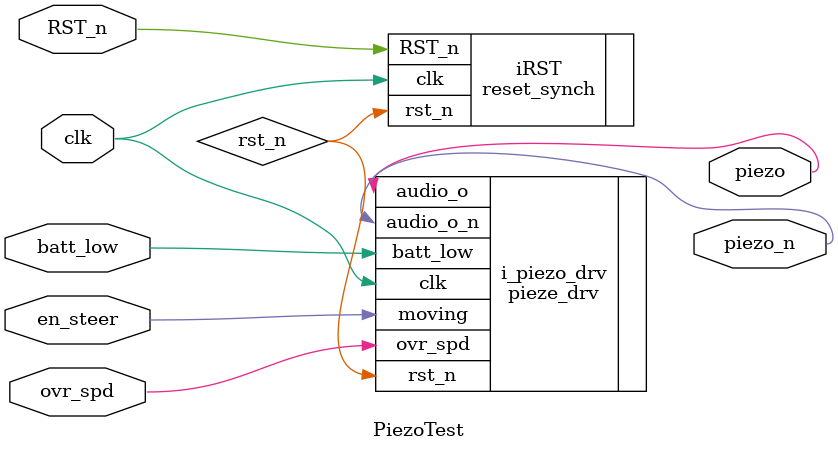
<source format=v>
module PiezoTest(clk,RST_n,en_steer,ovr_spd,batt_low,piezo,piezo_n);

input clk,RST_n;
input en_steer;		// make short periodic sound when steering enabled
input ovr_spd; 		// make longer abnoxious sound when too_fast asserted
input batt_low;		// should be able to make too_fast and batt_low sounds simultaneously if requested

output piezo;		// drives piezo
output piezo_n;		// drive is differential to increase volume

wire rst_n;

  ////// instantiate your piezo block here /////
 pieze_drv i_piezo_drv (.clk(clk), .rst_n(rst_n), .moving(en_steer), .ovr_spd(ovr_spd), .batt_low(batt_low), .audio_o(piezo), .audio_o_n(piezo_n)) ;
  reset_synch iRST(.clk(clk),.RST_n(RST_n),.rst_n(rst_n)); 
  endmodule

</source>
